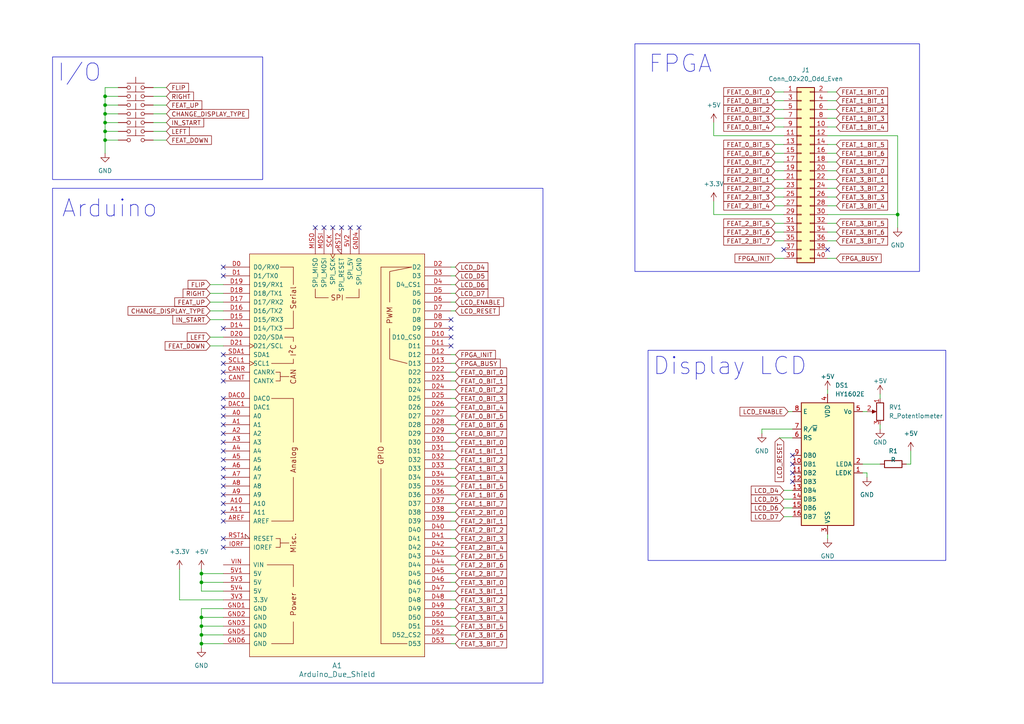
<source format=kicad_sch>
(kicad_sch (version 20230121) (generator eeschema)
  (paper "A4")
  (lib_symbols
    (symbol "Connector_Generic:Conn_02x20_Odd_Even" (pin_names (offset 1.016) hide)
      (property "Reference" "J" (at 1.27 25.4 0))
      (property "Value" "Conn_02x20_Odd_Even" (at 1.27 -27.94 0))
      (symbol "Conn_02x20_Odd_Even_1_1"
        (rectangle (start -1.27 -25.273) (end 0 -25.527) (stroke (width 0.1524)))
        (rectangle (start -1.27 -22.733) (end 0 -22.987) (stroke (width 0.1524)))
        (rectangle (start -1.27 -20.193) (end 0 -20.447) (stroke (width 0.1524)))
        (rectangle (start -1.27 -17.653) (end 0 -17.907) (stroke (width 0.1524)))
        (rectangle (start -1.27 -15.113) (end 0 -15.367) (stroke (width 0.1524)))
        (rectangle (start -1.27 -12.573) (end 0 -12.827) (stroke (width 0.1524)))
        (rectangle (start -1.27 -10.033) (end 0 -10.287) (stroke (width 0.1524)))
        (rectangle (start -1.27 -7.493) (end 0 -7.747) (stroke (width 0.1524)))
        (rectangle (start -1.27 -4.953) (end 0 -5.207) (stroke (width 0.1524)))
        (rectangle (start -1.27 -2.413) (end 0 -2.667) (stroke (width 0.1524)))
        (rectangle (start -1.27 0.127) (end 0 -0.127) (stroke (width 0.1524)))
        (rectangle (start -1.27 2.667) (end 0 2.413) (stroke (width 0.1524)))
        (rectangle (start -1.27 5.207) (end 0 4.953) (stroke (width 0.1524)))
        (rectangle (start -1.27 7.747) (end 0 7.493) (stroke (width 0.1524)))
        (rectangle (start -1.27 10.287) (end 0 10.033) (stroke (width 0.1524)))
        (rectangle (start -1.27 12.827) (end 0 12.573) (stroke (width 0.1524)))
        (rectangle (start -1.27 15.367) (end 0 15.113) (stroke (width 0.1524)))
        (rectangle (start -1.27 17.907) (end 0 17.653) (stroke (width 0.1524)))
        (rectangle (start -1.27 20.447) (end 0 20.193) (stroke (width 0.1524)))
        (rectangle (start -1.27 22.987) (end 0 22.733) (stroke (width 0.1524)))
        (rectangle (start -1.27 24.13) (end 3.81 -26.67) (stroke (width 0.254)) (fill (type background)))
        (rectangle (start 3.81 -25.273) (end 2.54 -25.527) (stroke (width 0.1524)))
        (rectangle (start 3.81 -22.733) (end 2.54 -22.987) (stroke (width 0.1524)))
        (rectangle (start 3.81 -20.193) (end 2.54 -20.447) (stroke (width 0.1524)))
        (rectangle (start 3.81 -17.653) (end 2.54 -17.907) (stroke (width 0.1524)))
        (rectangle (start 3.81 -15.113) (end 2.54 -15.367) (stroke (width 0.1524)))
        (rectangle (start 3.81 -12.573) (end 2.54 -12.827) (stroke (width 0.1524)))
        (rectangle (start 3.81 -10.033) (end 2.54 -10.287) (stroke (width 0.1524)))
        (rectangle (start 3.81 -7.493) (end 2.54 -7.747) (stroke (width 0.1524)))
        (rectangle (start 3.81 -4.953) (end 2.54 -5.207) (stroke (width 0.1524)))
        (rectangle (start 3.81 -2.413) (end 2.54 -2.667) (stroke (width 0.1524)))
        (rectangle (start 3.81 0.127) (end 2.54 -0.127) (stroke (width 0.1524)))
        (rectangle (start 3.81 2.667) (end 2.54 2.413) (stroke (width 0.1524)))
        (rectangle (start 3.81 5.207) (end 2.54 4.953) (stroke (width 0.1524)))
        (rectangle (start 3.81 7.747) (end 2.54 7.493) (stroke (width 0.1524)))
        (rectangle (start 3.81 10.287) (end 2.54 10.033) (stroke (width 0.1524)))
        (rectangle (start 3.81 12.827) (end 2.54 12.573) (stroke (width 0.1524)))
        (rectangle (start 3.81 15.367) (end 2.54 15.113) (stroke (width 0.1524)))
        (rectangle (start 3.81 17.907) (end 2.54 17.653) (stroke (width 0.1524)))
        (rectangle (start 3.81 20.447) (end 2.54 20.193) (stroke (width 0.1524)))
        (rectangle (start 3.81 22.987) (end 2.54 22.733) (stroke (width 0.1524)))
        (pin passive line (at -5.08 22.86 0) (length 3.81) (name "Pin_1") (number "1"))
        (pin passive line (at 7.62 12.7 180) (length 3.81) (name "Pin_10") (number "10"))
        (pin passive line (at -5.08 10.16 0) (length 3.81) (name "Pin_11") (number "11"))
        (pin passive line (at 7.62 10.16 180) (length 3.81) (name "Pin_12") (number "12"))
        (pin passive line (at -5.08 7.62 0) (length 3.81) (name "Pin_13") (number "13"))
        (pin passive line (at 7.62 7.62 180) (length 3.81) (name "Pin_14") (number "14"))
        (pin passive line (at -5.08 5.08 0) (length 3.81) (name "Pin_15") (number "15"))
        (pin passive line (at 7.62 5.08 180) (length 3.81) (name "Pin_16") (number "16"))
        (pin passive line (at -5.08 2.54 0) (length 3.81) (name "Pin_17") (number "17"))
        (pin passive line (at 7.62 2.54 180) (length 3.81) (name "Pin_18") (number "18"))
        (pin passive line (at -5.08 0 0) (length 3.81) (name "Pin_19") (number "19"))
        (pin passive line (at 7.62 22.86 180) (length 3.81) (name "Pin_2") (number "2"))
        (pin passive line (at 7.62 0 180) (length 3.81) (name "Pin_20") (number "20"))
        (pin passive line (at -5.08 -2.54 0) (length 3.81) (name "Pin_21") (number "21"))
        (pin passive line (at 7.62 -2.54 180) (length 3.81) (name "Pin_22") (number "22"))
        (pin passive line (at -5.08 -5.08 0) (length 3.81) (name "Pin_23") (number "23"))
        (pin passive line (at 7.62 -5.08 180) (length 3.81) (name "Pin_24") (number "24"))
        (pin passive line (at -5.08 -7.62 0) (length 3.81) (name "Pin_25") (number "25"))
        (pin passive line (at 7.62 -7.62 180) (length 3.81) (name "Pin_26") (number "26"))
        (pin passive line (at -5.08 -10.16 0) (length 3.81) (name "Pin_27") (number "27"))
        (pin passive line (at 7.62 -10.16 180) (length 3.81) (name "Pin_28") (number "28"))
        (pin passive line (at -5.08 -12.7 0) (length 3.81) (name "Pin_29") (number "29"))
        (pin passive line (at -5.08 20.32 0) (length 3.81) (name "Pin_3") (number "3"))
        (pin passive line (at 7.62 -12.7 180) (length 3.81) (name "Pin_30") (number "30"))
        (pin passive line (at -5.08 -15.24 0) (length 3.81) (name "Pin_31") (number "31"))
        (pin passive line (at 7.62 -15.24 180) (length 3.81) (name "Pin_32") (number "32"))
        (pin passive line (at -5.08 -17.78 0) (length 3.81) (name "Pin_33") (number "33"))
        (pin passive line (at 7.62 -17.78 180) (length 3.81) (name "Pin_34") (number "34"))
        (pin passive line (at -5.08 -20.32 0) (length 3.81) (name "Pin_35") (number "35"))
        (pin passive line (at 7.62 -20.32 180) (length 3.81) (name "Pin_36") (number "36"))
        (pin passive line (at -5.08 -22.86 0) (length 3.81) (name "Pin_37") (number "37"))
        (pin passive line (at 7.62 -22.86 180) (length 3.81) (name "Pin_38") (number "38"))
        (pin passive line (at -5.08 -25.4 0) (length 3.81) (name "Pin_39") (number "39"))
        (pin passive line (at 7.62 20.32 180) (length 3.81) (name "Pin_4") (number "4"))
        (pin passive line (at 7.62 -25.4 180) (length 3.81) (name "Pin_40") (number "40"))
        (pin passive line (at -5.08 17.78 0) (length 3.81) (name "Pin_5") (number "5"))
        (pin passive line (at 7.62 17.78 180) (length 3.81) (name "Pin_6") (number "6"))
        (pin passive line (at -5.08 15.24 0) (length 3.81) (name "Pin_7") (number "7"))
        (pin passive line (at 7.62 15.24 180) (length 3.81) (name "Pin_8") (number "8"))
        (pin passive line (at -5.08 12.7 0) (length 3.81) (name "Pin_9") (number "9"))
      )
    )
    (symbol "Device:R" (pin_numbers hide) (pin_names (offset 0))
      (property "Reference" "R" (at 2.032 0 90))
      (property "Value" "R" (at 0 0 90))
      (symbol "R_0_1"
        (rectangle (start -1.016 -2.54) (end 1.016 2.54) (stroke (width 0.254)))
      )
      (symbol "R_1_1"
        (pin passive line (at 0 3.81 270) (length 1.27) (name "~") (number "1"))
        (pin passive line (at 0 -3.81 90) (length 1.27) (name "~") (number "2"))
      )
    )
    (symbol "Device:R_Potentiometer" (pin_names (offset 1.016) hide)
      (property "Reference" "RV" (at -4.445 0 90))
      (property "Value" "R_Potentiometer" (at -2.54 0 90))
      (symbol "R_Potentiometer_0_1"
        (polyline (pts (xy 2.54 0) (xy 1.524 0)))
        (polyline (pts (xy 1.143 0) (xy 2.286 0.508) (xy 2.286 -0.508) (xy 1.143 0)) (fill (type outline)))
        (rectangle (start 1.016 2.54) (end -1.016 -2.54) (stroke (width 0.254)))
      )
      (symbol "R_Potentiometer_1_1"
        (pin passive line (at 0 3.81 270) (length 1.27) (name "1") (number "1"))
        (pin passive line (at 3.81 0 180) (length 1.27) (name "2") (number "2"))
        (pin passive line (at 0 -3.81 90) (length 1.27) (name "3") (number "3"))
      )
    )
    (symbol "Display_Character:HY1602E"
      (property "Reference" "DS" (at -6.096 19.05 0))
      (property "Value" "HY1602E" (at 5.08 19.05 0))
      (symbol "HY1602E_0_1"
        (rectangle (start -7.62 17.78) (end 7.62 -17.78) (stroke (width 0.254)) (fill (type background)))
      )
      (symbol "HY1602E_1_1"
        (pin passive line (at 10.16 -2.54 180) (length 2.54) (name "LEDK") (number "1"))
        (pin bidirectional line (at -10.16 0 0) (length 2.54) (name "DB1") (number "10"))
        (pin bidirectional line (at -10.16 -2.54 0) (length 2.54) (name "DB2") (number "11"))
        (pin bidirectional line (at -10.16 -5.08 0) (length 2.54) (name "DB3") (number "12"))
        (pin bidirectional line (at -10.16 -7.62 0) (length 2.54) (name "DB4") (number "13"))
        (pin bidirectional line (at -10.16 -10.16 0) (length 2.54) (name "DB5") (number "14"))
        (pin bidirectional line (at -10.16 -12.7 0) (length 2.54) (name "DB6") (number "15"))
        (pin bidirectional line (at -10.16 -15.24 0) (length 2.54) (name "DB7") (number "16"))
        (pin passive line (at 10.16 0 180) (length 2.54) (name "LEDA") (number "2"))
        (pin power_in line (at 0 -20.32 90) (length 2.54) (name "VSS") (number "3"))
        (pin power_in line (at 0 20.32 270) (length 2.54) (name "VDD") (number "4"))
        (pin input line (at 10.16 15.24 180) (length 2.54) (name "Vo") (number "5"))
        (pin input line (at -10.16 7.62 0) (length 2.54) (name "RS") (number "6"))
        (pin input line (at -10.16 10.16 0) (length 2.54) (name "R/~{W}") (number "7"))
        (pin input line (at -10.16 15.24 0) (length 2.54) (name "E") (number "8"))
        (pin bidirectional line (at -10.16 2.54 0) (length 2.54) (name "DB0") (number "9"))
      )
    )
    (symbol "PCM_arduino-library:Arduino_Due_Shield" (pin_names (offset 1.016))
      (property "Reference" "A" (at 0 -62.23 0))
      (property "Value" "Arduino_Due_Shield" (at 0 -66.04 0))
      (symbol "Arduino_Due_Shield_0_0"
        (rectangle (start -25.4 -58.42) (end 25.4 58.42) (fill (type background)))
        (rectangle (start -20.32 -31.75) (end -12.7 -31.75))
        (rectangle (start -19.05 -54.61) (end -12.7 -54.61))
        (rectangle (start -19.05 -19.05) (end -12.7 -19.05))
        (rectangle (start -19.05 16.51) (end -12.7 16.51))
        (rectangle (start -19.05 26.67) (end -12.7 26.67))
        (rectangle (start -17.78 -26.67) (end -16.51 -26.67))
        (rectangle (start -17.78 -24.13) (end -16.51 -24.13))
        (rectangle (start -17.78 21.59) (end -16.51 21.59))
        (rectangle (start -17.78 24.13) (end -16.51 24.13))
        (rectangle (start -16.51 -25.4) (end -13.97 -25.4))
        (rectangle (start -16.51 -24.13) (end -16.51 -26.67))
        (rectangle (start -16.51 22.86) (end -13.97 22.86))
        (rectangle (start -16.51 24.13) (end -16.51 21.59))
        (rectangle (start -16.51 54.61) (end -12.7 54.61))
        (rectangle (start -15.24 34.29) (end -12.7 34.29))
        (rectangle (start -15.24 36.83) (end -12.7 36.83))
        (rectangle (start -12.7 -54.61) (end -12.7 -48.26))
        (rectangle (start -12.7 -31.75) (end -12.7 -38.1))
        (rectangle (start -12.7 -6.35) (end -12.7 -19.05))
        (rectangle (start -12.7 16.51) (end -12.7 3.81))
        (rectangle (start -12.7 26.67) (end -12.7 27.94))
        (rectangle (start -12.7 34.29) (end -12.7 33.02))
        (rectangle (start -12.7 41.91) (end -12.7 36.83))
        (rectangle (start -12.7 49.53) (end -12.7 54.61))
        (rectangle (start -6.35 48.26) (end -6.35 45.72))
        (rectangle (start -2.54 45.72) (end -6.35 45.72))
        (polyline (pts (xy 12.7 -54.61) (xy 20.32 -54.61)))
        (polyline (pts (xy 21.59 54.61) (xy 12.7 54.61)))
        (polyline (pts (xy 15.24 44.45) (xy 15.24 53.34) (xy 21.59 54.61)))
        (polyline (pts (xy 20.32 26.67) (xy 15.24 27.94) (xy 15.24 36.83)))
        (rectangle (start 6.35 45.72) (end 2.54 45.72))
        (rectangle (start 6.35 48.26) (end 6.35 45.72))
        (text "Analog" (at -12.7 -1.27 900) (effects (font (size 1.524 1.524))))
        (text "CAN" (at -12.7 22.86 900) (effects (font (size 1.524 1.524))))
        (text "I²C" (at -12.7 30.48 900) (effects (font (size 1.524 1.524))))
        (text "Misc." (at -12.7 -25.4 900) (effects (font (size 1.524 1.524))))
        (text "Power" (at -12.7 -43.18 900) (effects (font (size 1.524 1.524))))
        (text "PWM" (at 15.24 40.64 900) (effects (font (size 1.524 1.524))))
        (text "Serial" (at -12.7 45.72 900) (effects (font (size 1.524 1.524))))
        (text "SPI" (at 0 45.72 0) (effects (font (size 1.524 1.524))))
      )
      (symbol "Arduino_Due_Shield_1_0"
        (rectangle (start 12.7 -54.61) (end 12.7 -3.81))
        (rectangle (start 12.7 54.61) (end 12.7 3.81))
        (text "GPIO" (at 12.7 0 900) (effects (font (size 1.524 1.524))))
      )
      (symbol "Arduino_Due_Shield_1_1"
        (pin power_out line (at -33.02 -41.91 0) (length 7.62) (name "3.3V") (number "3V3"))
        (pin power_in line (at -33.02 -34.29 0) (length 7.62) (name "5V") (number "5V1"))
        (pin power_in line (at 3.81 66.04 270) (length 7.62) (name "SPI_5V") (number "5V2"))
        (pin power_in line (at -33.02 -36.83 0) (length 7.62) (name "5V") (number "5V3"))
        (pin power_in line (at -33.02 -39.37 0) (length 7.62) (name "5V") (number "5V4"))
        (pin bidirectional line (at -33.02 11.43 0) (length 7.62) (name "A0") (number "A0"))
        (pin bidirectional line (at -33.02 8.89 0) (length 7.62) (name "A1") (number "A1"))
        (pin bidirectional line (at -33.02 -13.97 0) (length 7.62) (name "A10") (number "A10"))
        (pin bidirectional line (at -33.02 -16.51 0) (length 7.62) (name "A11") (number "A11"))
        (pin bidirectional line (at -33.02 6.35 0) (length 7.62) (name "A2") (number "A2"))
        (pin bidirectional line (at -33.02 3.81 0) (length 7.62) (name "A3") (number "A3"))
        (pin bidirectional line (at -33.02 1.27 0) (length 7.62) (name "A4") (number "A4"))
        (pin bidirectional line (at -33.02 -1.27 0) (length 7.62) (name "A5") (number "A5"))
        (pin bidirectional line (at -33.02 -3.81 0) (length 7.62) (name "A6") (number "A6"))
        (pin bidirectional line (at -33.02 -6.35 0) (length 7.62) (name "A7") (number "A7"))
        (pin bidirectional line (at -33.02 -8.89 0) (length 7.62) (name "A8") (number "A8"))
        (pin bidirectional line (at -33.02 -11.43 0) (length 7.62) (name "A9") (number "A9"))
        (pin input line (at -33.02 -19.05 0) (length 7.62) (name "AREF") (number "AREF"))
        (pin bidirectional line (at -33.02 24.13 0) (length 7.62) (name "CANRX") (number "CANR"))
        (pin bidirectional line (at -33.02 21.59 0) (length 7.62) (name "CANTX") (number "CANT"))
        (pin bidirectional line (at -33.02 54.61 0) (length 7.62) (name "D0/RX0") (number "D0"))
        (pin bidirectional line (at -33.02 52.07 0) (length 7.62) (name "D1/TX0") (number "D1"))
        (pin bidirectional line (at 33.02 34.29 180) (length 7.62) (name "D10_CS0") (number "D10"))
        (pin bidirectional line (at 33.02 31.75 180) (length 7.62) (name "D11") (number "D11"))
        (pin bidirectional line (at 33.02 29.21 180) (length 7.62) (name "D12") (number "D12"))
        (pin bidirectional line (at 33.02 26.67 180) (length 7.62) (name "D13") (number "D13"))
        (pin bidirectional line (at -33.02 36.83 0) (length 7.62) (name "D14/TX3") (number "D14"))
        (pin bidirectional line (at -33.02 39.37 0) (length 7.62) (name "D15/RX3") (number "D15"))
        (pin bidirectional line (at -33.02 41.91 0) (length 7.62) (name "D16/TX2") (number "D16"))
        (pin bidirectional line (at -33.02 44.45 0) (length 7.62) (name "D17/RX2") (number "D17"))
        (pin bidirectional line (at -33.02 46.99 0) (length 7.62) (name "D18/TX1") (number "D18"))
        (pin bidirectional line (at -33.02 49.53 0) (length 7.62) (name "D19/RX1") (number "D19"))
        (pin bidirectional line (at 33.02 54.61 180) (length 7.62) (name "D2") (number "D2"))
        (pin bidirectional line (at -33.02 34.29 0) (length 7.62) (name "D20/SDA") (number "D20"))
        (pin bidirectional clock (at -33.02 31.75 0) (length 7.62) (name "D21/SCL") (number "D21"))
        (pin bidirectional line (at 33.02 24.13 180) (length 7.62) (name "D22") (number "D22"))
        (pin bidirectional line (at 33.02 21.59 180) (length 7.62) (name "D23") (number "D23"))
        (pin bidirectional line (at 33.02 19.05 180) (length 7.62) (name "D24") (number "D24"))
        (pin bidirectional line (at 33.02 16.51 180) (length 7.62) (name "D25") (number "D25"))
        (pin bidirectional line (at 33.02 13.97 180) (length 7.62) (name "D26") (number "D26"))
        (pin bidirectional line (at 33.02 11.43 180) (length 7.62) (name "D27") (number "D27"))
        (pin bidirectional line (at 33.02 8.89 180) (length 7.62) (name "D28") (number "D28"))
        (pin bidirectional line (at 33.02 6.35 180) (length 7.62) (name "D29") (number "D29"))
        (pin bidirectional line (at 33.02 52.07 180) (length 7.62) (name "D3") (number "D3"))
        (pin bidirectional line (at 33.02 3.81 180) (length 7.62) (name "D30") (number "D30"))
        (pin bidirectional line (at 33.02 1.27 180) (length 7.62) (name "D31") (number "D31"))
        (pin bidirectional line (at 33.02 -1.27 180) (length 7.62) (name "D32") (number "D32"))
        (pin bidirectional line (at 33.02 -3.81 180) (length 7.62) (name "D33") (number "D33"))
        (pin bidirectional line (at 33.02 -6.35 180) (length 7.62) (name "D34") (number "D34"))
        (pin bidirectional line (at 33.02 -8.89 180) (length 7.62) (name "D35") (number "D35"))
        (pin bidirectional line (at 33.02 -11.43 180) (length 7.62) (name "D36") (number "D36"))
        (pin bidirectional line (at 33.02 -13.97 180) (length 7.62) (name "D37") (number "D37"))
        (pin bidirectional line (at 33.02 -16.51 180) (length 7.62) (name "D38") (number "D38"))
        (pin bidirectional line (at 33.02 -19.05 180) (length 7.62) (name "D39") (number "D39"))
        (pin bidirectional line (at 33.02 49.53 180) (length 7.62) (name "D4_CS1") (number "D4"))
        (pin bidirectional line (at 33.02 -21.59 180) (length 7.62) (name "D40") (number "D40"))
        (pin bidirectional line (at 33.02 -24.13 180) (length 7.62) (name "D41") (number "D41"))
        (pin bidirectional line (at 33.02 -26.67 180) (length 7.62) (name "D42") (number "D42"))
        (pin bidirectional line (at 33.02 -29.21 180) (length 7.62) (name "D43") (number "D43"))
        (pin bidirectional line (at 33.02 -31.75 180) (length 7.62) (name "D44") (number "D44"))
        (pin bidirectional line (at 33.02 -34.29 180) (length 7.62) (name "D45") (number "D45"))
        (pin bidirectional line (at 33.02 -36.83 180) (length 7.62) (name "D46") (number "D46"))
        (pin bidirectional line (at 33.02 -39.37 180) (length 7.62) (name "D47") (number "D47"))
        (pin bidirectional line (at 33.02 -41.91 180) (length 7.62) (name "D48") (number "D48"))
        (pin bidirectional line (at 33.02 -44.45 180) (length 7.62) (name "D49") (number "D49"))
        (pin bidirectional line (at 33.02 46.99 180) (length 7.62) (name "D5") (number "D5"))
        (pin bidirectional line (at 33.02 -46.99 180) (length 7.62) (name "D50") (number "D50"))
        (pin bidirectional line (at 33.02 -49.53 180) (length 7.62) (name "D51") (number "D51"))
        (pin bidirectional line (at 33.02 -52.07 180) (length 7.62) (name "D52_CS2") (number "D52"))
        (pin bidirectional line (at 33.02 -54.61 180) (length 7.62) (name "D53") (number "D53"))
        (pin bidirectional line (at 33.02 44.45 180) (length 7.62) (name "D6") (number "D6"))
        (pin bidirectional line (at 33.02 41.91 180) (length 7.62) (name "D7") (number "D7"))
        (pin bidirectional line (at 33.02 39.37 180) (length 7.62) (name "D8") (number "D8"))
        (pin bidirectional line (at 33.02 36.83 180) (length 7.62) (name "D9") (number "D9"))
        (pin bidirectional line (at -33.02 16.51 0) (length 7.62) (name "DAC0") (number "DAC0"))
        (pin bidirectional line (at -33.02 13.97 0) (length 7.62) (name "DAC1") (number "DAC1"))
        (pin power_in line (at -33.02 -44.45 0) (length 7.62) (name "GND") (number "GND1"))
        (pin power_in line (at -33.02 -46.99 0) (length 7.62) (name "GND") (number "GND2"))
        (pin power_in line (at -33.02 -49.53 0) (length 7.62) (name "GND") (number "GND3"))
        (pin power_in line (at 6.35 66.04 270) (length 7.62) (name "SPI_GND") (number "GND4"))
        (pin power_in line (at -33.02 -52.07 0) (length 7.62) (name "GND") (number "GND5"))
        (pin power_in line (at -33.02 -54.61 0) (length 7.62) (name "GND") (number "GND6"))
        (pin output line (at -33.02 -26.67 0) (length 7.62) (name "IOREF") (number "IORF"))
        (pin input line (at -6.35 66.04 270) (length 7.62) (name "SPI_MISO") (number "MISO"))
        (pin output line (at -3.81 66.04 270) (length 7.62) (name "SPI_MOSI") (number "MOSI"))
        (pin open_collector input_low (at -33.02 -24.13 0) (length 7.62) (name "RESET") (number "RST1"))
        (pin open_collector input_low (at 1.27 66.04 270) (length 7.62) (name "SPI_RESET") (number "RST2"))
        (pin output clock (at -1.27 66.04 270) (length 7.62) (name "SPI_SCK") (number "SCK"))
        (pin bidirectional clock (at -33.02 26.67 0) (length 7.62) (name "SCL1") (number "SCL1"))
        (pin bidirectional line (at -33.02 29.21 0) (length 7.62) (name "SDA1") (number "SDA1"))
        (pin power_in line (at -33.02 -31.75 0) (length 7.62) (name "VIN") (number "VIN"))
      )
    )
    (symbol "Switch:SW_Push" (pin_numbers hide) (pin_names (offset 1.016) hide)
      (property "Reference" "SW" (at 1.27 2.54 0))
      (property "Value" "SW_Push" (at 0 -1.524 0))
      (symbol "SW_Push_0_1"
        (circle (center -2.032 0) (radius 0.508))
        (polyline (pts (xy 0 1.27) (xy 0 3.048)))
        (polyline (pts (xy 2.54 1.27) (xy -2.54 1.27)))
        (circle (center 2.032 0) (radius 0.508))
        (pin passive line (at -5.08 0 0) (length 2.54) (name "1") (number "1"))
        (pin passive line (at 5.08 0 180) (length 2.54) (name "2") (number "2"))
      )
    )
    (symbol "power:+3.3V" (power) (pin_names (offset 0))
      (property "Value" "+3.3V" (at 0 3.556 0))
      (symbol "+3.3V_0_1"
        (polyline (pts (xy -0.762 1.27) (xy 0 2.54)))
        (polyline (pts (xy 0 0) (xy 0 2.54)))
        (polyline (pts (xy 0 2.54) (xy 0.762 1.27)))
      )
      (symbol "+3.3V_1_1"
        (pin power_in line (at 0 0 90) (length 0) hide (name "+3.3V") (number "1"))
      )
    )
    (symbol "power:+5V" (power) (pin_names (offset 0))
      (property "Value" "+5V" (at 0 3.556 0))
      (symbol "+5V_0_1"
        (polyline (pts (xy -0.762 1.27) (xy 0 2.54)))
        (polyline (pts (xy 0 0) (xy 0 2.54)))
        (polyline (pts (xy 0 2.54) (xy 0.762 1.27)))
      )
      (symbol "+5V_1_1"
        (pin power_in line (at 0 0 90) (length 0) hide (name "+5V") (number "1"))
      )
    )
    (symbol "power:GND" (power) (pin_names (offset 0))
      (property "Value" "GND" (at 0 -3.81 0))
      (symbol "GND_0_1"
        (polyline (pts (xy 0 0) (xy 0 -1.27) (xy 1.27 -1.27) (xy 0 -2.54) (xy -1.27 -1.27) (xy 0 -1.27)))
      )
      (symbol "GND_1_1"
        (pin power_in line (at 0 0 270) (length 0) hide (name "GND") (number "1"))
      )
    )
  )
  (junction (at 260.35 62.23))
  (junction (at 30.48 38.1))
  (junction (at 58.42 166.37))
  (junction (at 58.42 179.07))
  (junction (at 58.42 186.69))
  (junction (at 30.48 27.94))
  (junction (at 58.42 184.15))
  (junction (at 30.48 40.64))
  (junction (at 30.48 35.56))
  (junction (at 30.48 33.02))
  (junction (at 58.42 168.91))
  (junction (at 30.48 30.48))
  (junction (at 58.42 181.61))
  (no_connect (at 64.77 80.01))
  (no_connect (at 64.77 130.81))
  (no_connect (at 101.6 66.04))
  (no_connect (at 229.87 132.08))
  (no_connect (at 229.87 137.16))
  (no_connect (at 93.98 66.04))
  (no_connect (at 64.77 143.51))
  (no_connect (at 64.77 105.41))
  (no_connect (at 64.77 151.13))
  (no_connect (at 64.77 110.49))
  (no_connect (at 64.77 158.75))
  (no_connect (at 99.06 66.04))
  (no_connect (at 104.14 66.04))
  (no_connect (at 64.77 77.47))
  (no_connect (at 64.77 120.65))
  (no_connect (at 130.81 97.79))
  (no_connect (at 229.87 134.62))
  (no_connect (at 130.81 92.71))
  (no_connect (at 240.03 72.39))
  (no_connect (at 64.77 125.73))
  (no_connect (at 64.77 138.43))
  (no_connect (at 64.77 156.21))
  (no_connect (at 64.77 102.87))
  (no_connect (at 64.77 123.19))
  (no_connect (at 229.87 139.7))
  (no_connect (at 64.77 135.89))
  (no_connect (at 64.77 146.05))
  (no_connect (at 96.52 66.04))
  (no_connect (at 91.44 66.04))
  (no_connect (at 64.77 107.95))
  (no_connect (at 64.77 118.11))
  (no_connect (at 130.81 95.25))
  (no_connect (at 64.77 95.25))
  (no_connect (at 227.33 72.39))
  (no_connect (at 64.77 133.35))
  (no_connect (at 64.77 148.59))
  (no_connect (at 64.77 140.97))
  (no_connect (at 130.81 100.33))
  (no_connect (at 64.77 115.57))
  (no_connect (at 64.77 128.27))
  (wire (pts (xy 130.81 140.97) (xy 132.08 140.97)))
  (wire (pts (xy 130.81 133.35) (xy 132.08 133.35)))
  (wire (pts (xy 264.16 134.62) (xy 262.89 134.62)))
  (wire (pts (xy 64.77 176.53) (xy 58.42 176.53)))
  (wire (pts (xy 240.03 64.77) (xy 242.57 64.77)))
  (wire (pts (xy 255.27 123.19) (xy 255.27 124.46)))
  (wire (pts (xy 34.29 25.4) (xy 30.48 25.4)))
  (wire (pts (xy 224.79 46.99) (xy 227.33 46.99)))
  (wire (pts (xy 130.81 153.67) (xy 132.08 153.67)))
  (wire (pts (xy 224.79 36.83) (xy 227.33 36.83)))
  (wire (pts (xy 64.77 173.99) (xy 52.07 173.99)))
  (wire (pts (xy 240.03 34.29) (xy 242.57 34.29)))
  (wire (pts (xy 240.03 54.61) (xy 242.57 54.61)))
  (wire (pts (xy 224.79 52.07) (xy 227.33 52.07)))
  (wire (pts (xy 60.96 92.71) (xy 64.77 92.71)))
  (wire (pts (xy 240.03 154.94) (xy 240.03 156.21)))
  (wire (pts (xy 44.45 30.48) (xy 48.26 30.48)))
  (wire (pts (xy 130.81 125.73) (xy 132.08 125.73)))
  (wire (pts (xy 130.81 128.27) (xy 132.08 128.27)))
  (wire (pts (xy 44.45 35.56) (xy 48.26 35.56)))
  (wire (pts (xy 130.81 110.49) (xy 132.08 110.49)))
  (wire (pts (xy 58.42 186.69) (xy 58.42 187.96)))
  (wire (pts (xy 224.79 57.15) (xy 227.33 57.15)))
  (wire (pts (xy 130.81 151.13) (xy 132.08 151.13)))
  (wire (pts (xy 227.33 144.78) (xy 229.87 144.78)))
  (wire (pts (xy 130.81 158.75) (xy 132.08 158.75)))
  (wire (pts (xy 250.19 119.38) (xy 251.46 119.38)))
  (wire (pts (xy 44.45 27.94) (xy 48.26 27.94)))
  (wire (pts (xy 130.81 118.11) (xy 132.08 118.11)))
  (wire (pts (xy 30.48 33.02) (xy 34.29 33.02)))
  (wire (pts (xy 220.98 124.46) (xy 220.98 125.73)))
  (wire (pts (xy 30.48 38.1) (xy 30.48 40.64)))
  (wire (pts (xy 207.01 62.23) (xy 207.01 58.42)))
  (wire (pts (xy 130.81 181.61) (xy 132.08 181.61)))
  (wire (pts (xy 264.16 134.62) (xy 264.16 130.81)))
  (wire (pts (xy 240.03 39.37) (xy 260.35 39.37)))
  (wire (pts (xy 58.42 181.61) (xy 58.42 184.15)))
  (wire (pts (xy 64.77 168.91) (xy 58.42 168.91)))
  (wire (pts (xy 130.81 146.05) (xy 132.08 146.05)))
  (wire (pts (xy 64.77 186.69) (xy 58.42 186.69)))
  (wire (pts (xy 58.42 176.53) (xy 58.42 179.07)))
  (wire (pts (xy 207.01 39.37) (xy 207.01 35.56)))
  (wire (pts (xy 224.79 74.93) (xy 227.33 74.93)))
  (wire (pts (xy 130.81 148.59) (xy 132.08 148.59)))
  (wire (pts (xy 64.77 166.37) (xy 58.42 166.37)))
  (wire (pts (xy 58.42 184.15) (xy 58.42 186.69)))
  (wire (pts (xy 130.81 176.53) (xy 132.08 176.53)))
  (wire (pts (xy 130.81 115.57) (xy 132.08 115.57)))
  (wire (pts (xy 130.81 85.09) (xy 132.08 85.09)))
  (wire (pts (xy 227.33 149.86) (xy 229.87 149.86)))
  (wire (pts (xy 130.81 161.29) (xy 132.08 161.29)))
  (wire (pts (xy 58.42 166.37) (xy 58.42 165.1)))
  (wire (pts (xy 227.33 39.37) (xy 207.01 39.37)))
  (wire (pts (xy 130.81 80.01) (xy 132.08 80.01)))
  (wire (pts (xy 224.79 31.75) (xy 227.33 31.75)))
  (wire (pts (xy 130.81 105.41) (xy 132.08 105.41)))
  (wire (pts (xy 240.03 67.31) (xy 242.57 67.31)))
  (wire (pts (xy 30.48 40.64) (xy 30.48 44.45)))
  (wire (pts (xy 44.45 40.64) (xy 48.26 40.64)))
  (wire (pts (xy 240.03 69.85) (xy 242.57 69.85)))
  (wire (pts (xy 229.87 127) (xy 226.06 127)))
  (wire (pts (xy 60.96 85.09) (xy 64.77 85.09)))
  (wire (pts (xy 240.03 59.69) (xy 242.57 59.69)))
  (wire (pts (xy 64.77 171.45) (xy 58.42 171.45)))
  (wire (pts (xy 30.48 27.94) (xy 34.29 27.94)))
  (wire (pts (xy 130.81 82.55) (xy 132.08 82.55)))
  (wire (pts (xy 224.79 54.61) (xy 227.33 54.61)))
  (wire (pts (xy 224.79 26.67) (xy 227.33 26.67)))
  (wire (pts (xy 130.81 171.45) (xy 132.08 171.45)))
  (wire (pts (xy 250.19 134.62) (xy 255.27 134.62)))
  (wire (pts (xy 130.81 156.21) (xy 132.08 156.21)))
  (wire (pts (xy 44.45 38.1) (xy 48.26 38.1)))
  (wire (pts (xy 130.81 113.03) (xy 132.08 113.03)))
  (wire (pts (xy 224.79 49.53) (xy 227.33 49.53)))
  (wire (pts (xy 229.87 124.46) (xy 220.98 124.46)))
  (wire (pts (xy 130.81 107.95) (xy 132.08 107.95)))
  (wire (pts (xy 58.42 168.91) (xy 58.42 171.45)))
  (wire (pts (xy 240.03 44.45) (xy 242.57 44.45)))
  (wire (pts (xy 60.96 90.17) (xy 64.77 90.17)))
  (wire (pts (xy 130.81 173.99) (xy 132.08 173.99)))
  (wire (pts (xy 224.79 59.69) (xy 227.33 59.69)))
  (wire (pts (xy 130.81 102.87) (xy 132.08 102.87)))
  (wire (pts (xy 30.48 35.56) (xy 30.48 38.1)))
  (wire (pts (xy 130.81 179.07) (xy 132.08 179.07)))
  (wire (pts (xy 30.48 27.94) (xy 30.48 30.48)))
  (wire (pts (xy 260.35 62.23) (xy 260.35 66.04)))
  (wire (pts (xy 255.27 114.3) (xy 255.27 115.57)))
  (wire (pts (xy 130.81 135.89) (xy 132.08 135.89)))
  (wire (pts (xy 130.81 90.17) (xy 132.08 90.17)))
  (wire (pts (xy 130.81 138.43) (xy 132.08 138.43)))
  (wire (pts (xy 60.96 82.55) (xy 64.77 82.55)))
  (wire (pts (xy 240.03 31.75) (xy 242.57 31.75)))
  (wire (pts (xy 240.03 36.83) (xy 242.57 36.83)))
  (wire (pts (xy 60.96 87.63) (xy 64.77 87.63)))
  (wire (pts (xy 58.42 166.37) (xy 58.42 168.91)))
  (wire (pts (xy 224.79 69.85) (xy 227.33 69.85)))
  (wire (pts (xy 240.03 52.07) (xy 242.57 52.07)))
  (wire (pts (xy 64.77 179.07) (xy 58.42 179.07)))
  (wire (pts (xy 130.81 186.69) (xy 132.08 186.69)))
  (wire (pts (xy 227.33 142.24) (xy 229.87 142.24)))
  (wire (pts (xy 224.79 44.45) (xy 227.33 44.45)))
  (wire (pts (xy 227.33 147.32) (xy 229.87 147.32)))
  (wire (pts (xy 240.03 49.53) (xy 242.57 49.53)))
  (wire (pts (xy 240.03 74.93) (xy 242.57 74.93)))
  (wire (pts (xy 58.42 179.07) (xy 58.42 181.61)))
  (wire (pts (xy 130.81 168.91) (xy 132.08 168.91)))
  (wire (pts (xy 224.79 64.77) (xy 227.33 64.77)))
  (wire (pts (xy 130.81 130.81) (xy 132.08 130.81)))
  (wire (pts (xy 60.96 100.33) (xy 64.77 100.33)))
  (wire (pts (xy 30.48 25.4) (xy 30.48 27.94)))
  (wire (pts (xy 30.48 30.48) (xy 34.29 30.48)))
  (wire (pts (xy 240.03 113.03) (xy 240.03 114.3)))
  (wire (pts (xy 224.79 34.29) (xy 227.33 34.29)))
  (wire (pts (xy 30.48 30.48) (xy 30.48 33.02)))
  (wire (pts (xy 34.29 40.64) (xy 30.48 40.64)))
  (wire (pts (xy 130.81 120.65) (xy 132.08 120.65)))
  (wire (pts (xy 240.03 46.99) (xy 242.57 46.99)))
  (wire (pts (xy 224.79 41.91) (xy 227.33 41.91)))
  (wire (pts (xy 130.81 143.51) (xy 132.08 143.51)))
  (wire (pts (xy 64.77 184.15) (xy 58.42 184.15)))
  (wire (pts (xy 130.81 123.19) (xy 132.08 123.19)))
  (wire (pts (xy 240.03 26.67) (xy 242.57 26.67)))
  (wire (pts (xy 130.81 163.83) (xy 132.08 163.83)))
  (wire (pts (xy 30.48 35.56) (xy 34.29 35.56)))
  (wire (pts (xy 224.79 29.21) (xy 227.33 29.21)))
  (wire (pts (xy 130.81 184.15) (xy 132.08 184.15)))
  (wire (pts (xy 130.81 166.37) (xy 132.08 166.37)))
  (wire (pts (xy 130.81 87.63) (xy 132.08 87.63)))
  (wire (pts (xy 52.07 173.99) (xy 52.07 165.1)))
  (wire (pts (xy 64.77 181.61) (xy 58.42 181.61)))
  (wire (pts (xy 250.19 137.16) (xy 251.46 137.16)))
  (wire (pts (xy 240.03 57.15) (xy 242.57 57.15)))
  (wire (pts (xy 240.03 41.91) (xy 242.57 41.91)))
  (wire (pts (xy 30.48 38.1) (xy 34.29 38.1)))
  (wire (pts (xy 60.96 97.79) (xy 64.77 97.79)))
  (wire (pts (xy 130.81 77.47) (xy 132.08 77.47)))
  (wire (pts (xy 251.46 137.16) (xy 251.46 138.43)))
  (wire (pts (xy 240.03 29.21) (xy 242.57 29.21)))
  (wire (pts (xy 240.03 62.23) (xy 260.35 62.23)))
  (wire (pts (xy 229.87 119.38) (xy 228.6 119.38)))
  (wire (pts (xy 227.33 62.23) (xy 207.01 62.23)))
  (wire (pts (xy 224.79 67.31) (xy 227.33 67.31)))
  (wire (pts (xy 260.35 39.37) (xy 260.35 62.23)))
  (wire (pts (xy 44.45 25.4) (xy 48.26 25.4)))
  (wire (pts (xy 30.48 33.02) (xy 30.48 35.56)))
  (wire (pts (xy 44.45 33.02) (xy 48.26 33.02)))
  (rectangle (start 187.96 101.6) (end 274.32 162.56))
  (rectangle (start 184.15 12.7) (end 266.7 78.74))
  (rectangle (start 15.24 54.61) (end 157.48 198.12))
  (rectangle (start 15.24 16.51) (end 76.2 52.07))
  (text "Display LCD" (at 189.23 109.22 0) (effects (font (size 5 5)) (justify left bottom)))
  (text "Arduino" (at 17.78 63.5 0) (effects (font (size 5 5)) (justify left bottom)))
  (text "FPGA" (at 187.96 21.59 0) (effects (font (size 5 5)) (justify left bottom)))
  (text "I/O" (at 16.51 24.13 0) (effects (font (size 5 5)) (justify left bottom)))
  (global_label "FEAT_2_BIT_5" (shape input) (at 132.08 161.29 0) (property "Intersheetrefs" "${INTERSHEET_REFS}" (effects hide)))
  (global_label "FEAT_1_BIT_6" (shape input) (at 132.08 143.51 0) (property "Intersheetrefs" "${INTERSHEET_REFS}" (effects hide)))
  (global_label "LEFT" (shape input) (at 60.96 97.79 180) (property "Intersheetrefs" "${INTERSHEET_REFS}" (effects hide)))
  (global_label "FEAT_0_BIT_3" (shape input) (at 132.08 115.57 0) (property "Intersheetrefs" "${INTERSHEET_REFS}" (effects hide)))
  (global_label "FPGA_BUSY" (shape input) (at 242.57 74.93 0) (property "Intersheetrefs" "${INTERSHEET_REFS}" (effects hide)))
  (global_label "CHANGE_DISPLAY_TYPE" (shape input) (at 48.26 33.02 0) (property "Intersheetrefs" "${INTERSHEET_REFS}" (effects hide)))
  (global_label "FEAT_2_BIT_1" (shape input) (at 132.08 151.13 0) (property "Intersheetrefs" "${INTERSHEET_REFS}" (effects hide)))
  (global_label "FEAT_3_BIT_6" (shape input) (at 242.57 67.31 0) (property "Intersheetrefs" "${INTERSHEET_REFS}" (effects hide)))
  (global_label "FEAT_2_BIT_1" (shape input) (at 224.79 52.07 180) (property "Intersheetrefs" "${INTERSHEET_REFS}" (effects hide)))
  (global_label "FEAT_3_BIT_1" (shape input) (at 132.08 171.45 0) (property "Intersheetrefs" "${INTERSHEET_REFS}" (effects hide)))
  (global_label "LCD_D4" (shape input) (at 227.33 142.24 180) (property "Intersheetrefs" "${INTERSHEET_REFS}" (effects hide)))
  (global_label "FEAT_UP" (shape input) (at 60.96 87.63 180) (property "Intersheetrefs" "${INTERSHEET_REFS}" (effects hide)))
  (global_label "FEAT_2_BIT_2" (shape input) (at 132.08 153.67 0) (property "Intersheetrefs" "${INTERSHEET_REFS}" (effects hide)))
  (global_label "FEAT_2_BIT_7" (shape input) (at 132.08 166.37 0) (property "Intersheetrefs" "${INTERSHEET_REFS}" (effects hide)))
  (global_label "FEAT_3_BIT_6" (shape input) (at 132.08 184.15 0) (property "Intersheetrefs" "${INTERSHEET_REFS}" (effects hide)))
  (global_label "RIGHT" (shape input) (at 60.96 85.09 180) (property "Intersheetrefs" "${INTERSHEET_REFS}" (effects hide)))
  (global_label "FEAT_3_BIT_0" (shape input) (at 242.57 49.53 0) (property "Intersheetrefs" "${INTERSHEET_REFS}" (effects hide)))
  (global_label "FEAT_1_BIT_5" (shape input) (at 132.08 140.97 0) (property "Intersheetrefs" "${INTERSHEET_REFS}" (effects hide)))
  (global_label "FEAT_3_BIT_4" (shape input) (at 242.57 59.69 0) (property "Intersheetrefs" "${INTERSHEET_REFS}" (effects hide)))
  (global_label "FPGA_INIT" (shape input) (at 224.79 74.93 180) (property "Intersheetrefs" "${INTERSHEET_REFS}" (effects hide)))
  (global_label "FEAT_0_BIT_5" (shape input) (at 224.79 41.91 180) (property "Intersheetrefs" "${INTERSHEET_REFS}" (effects hide)))
  (global_label "FEAT_1_BIT_5" (shape input) (at 242.57 41.91 0) (property "Intersheetrefs" "${INTERSHEET_REFS}" (effects hide)))
  (global_label "FEAT_0_BIT_2" (shape input) (at 224.79 31.75 180) (property "Intersheetrefs" "${INTERSHEET_REFS}" (effects hide)))
  (global_label "FEAT_0_BIT_0" (shape input) (at 132.08 107.95 0) (property "Intersheetrefs" "${INTERSHEET_REFS}" (effects hide)))
  (global_label "FEAT_3_BIT_4" (shape input) (at 132.08 179.07 0) (property "Intersheetrefs" "${INTERSHEET_REFS}" (effects hide)))
  (global_label "FEAT_1_BIT_3" (shape input) (at 242.57 34.29 0) (property "Intersheetrefs" "${INTERSHEET_REFS}" (effects hide)))
  (global_label "FEAT_0_BIT_7" (shape input) (at 224.79 46.99 180) (property "Intersheetrefs" "${INTERSHEET_REFS}" (effects hide)))
  (global_label "FEAT_2_BIT_2" (shape input) (at 224.79 54.61 180) (property "Intersheetrefs" "${INTERSHEET_REFS}" (effects hide)))
  (global_label "FEAT_1_BIT_0" (shape input) (at 242.57 26.67 0) (property "Intersheetrefs" "${INTERSHEET_REFS}" (effects hide)))
  (global_label "FLIP" (shape input) (at 60.96 82.55 180) (property "Intersheetrefs" "${INTERSHEET_REFS}" (effects hide)))
  (global_label "FEAT_3_BIT_5" (shape input) (at 242.57 64.77 0) (property "Intersheetrefs" "${INTERSHEET_REFS}" (effects hide)))
  (global_label "FEAT_1_BIT_3" (shape input) (at 132.08 135.89 0) (property "Intersheetrefs" "${INTERSHEET_REFS}" (effects hide)))
  (global_label "LCD_RESET" (shape input) (at 132.08 90.17 0) (property "Intersheetrefs" "${INTERSHEET_REFS}" (effects hide)))
  (global_label "LCD_D7" (shape input) (at 227.33 149.86 180) (property "Intersheetrefs" "${INTERSHEET_REFS}" (effects hide)))
  (global_label "FEAT_3_BIT_7" (shape input) (at 132.08 186.69 0) (property "Intersheetrefs" "${INTERSHEET_REFS}" (effects hide)))
  (global_label "FEAT_2_BIT_4" (shape input) (at 132.08 158.75 0) (property "Intersheetrefs" "${INTERSHEET_REFS}" (effects hide)))
  (global_label "FEAT_DOWN" (shape input) (at 48.26 40.64 0) (property "Intersheetrefs" "${INTERSHEET_REFS}" (effects hide)))
  (global_label "FEAT_0_BIT_4" (shape input) (at 132.08 118.11 0) (property "Intersheetrefs" "${INTERSHEET_REFS}" (effects hide)))
  (global_label "FPGA_INIT" (shape input) (at 132.08 102.87 0) (property "Intersheetrefs" "${INTERSHEET_REFS}" (effects hide)))
  (global_label "FLIP" (shape input) (at 48.26 25.4 0) (property "Intersheetrefs" "${INTERSHEET_REFS}" (effects hide)))
  (global_label "IN_START" (shape input) (at 60.96 92.71 180) (property "Intersheetrefs" "${INTERSHEET_REFS}" (effects hide)))
  (global_label "FEAT_UP" (shape input) (at 48.26 30.48 0) (property "Intersheetrefs" "${INTERSHEET_REFS}" (effects hide)))
  (global_label "FEAT_2_BIT_6" (shape input) (at 224.79 67.31 180) (property "Intersheetrefs" "${INTERSHEET_REFS}" (effects hide)))
  (global_label "FEAT_1_BIT_7" (shape input) (at 242.57 46.99 0) (property "Intersheetrefs" "${INTERSHEET_REFS}" (effects hide)))
  (global_label "FEAT_2_BIT_6" (shape input) (at 132.08 163.83 0) (property "Intersheetrefs" "${INTERSHEET_REFS}" (effects hide)))
  (global_label "FEAT_0_BIT_5" (shape input) (at 132.08 120.65 0) (property "Intersheetrefs" "${INTERSHEET_REFS}" (effects hide)))
  (global_label "LCD_RESET" (shape input) (at 226.06 127 270) (property "Intersheetrefs" "${INTERSHEET_REFS}" (effects hide)))
  (global_label "FEAT_0_BIT_1" (shape input) (at 224.79 29.21 180) (property "Intersheetrefs" "${INTERSHEET_REFS}" (effects hide)))
  (global_label "LCD_ENABLE" (shape input) (at 132.08 87.63 0) (property "Intersheetrefs" "${INTERSHEET_REFS}" (effects hide)))
  (global_label "LCD_D5" (shape input) (at 132.08 80.01 0) (property "Intersheetrefs" "${INTERSHEET_REFS}" (effects hide)))
  (global_label "FEAT_0_BIT_3" (shape input) (at 224.79 34.29 180) (property "Intersheetrefs" "${INTERSHEET_REFS}" (effects hide)))
  (global_label "FEAT_1_BIT_6" (shape input) (at 242.57 44.45 0) (property "Intersheetrefs" "${INTERSHEET_REFS}" (effects hide)))
  (global_label "FEAT_3_BIT_3" (shape input) (at 242.57 57.15 0) (property "Intersheetrefs" "${INTERSHEET_REFS}" (effects hide)))
  (global_label "LEFT" (shape input) (at 48.26 38.1 0) (property "Intersheetrefs" "${INTERSHEET_REFS}" (effects hide)))
  (global_label "LCD_D5" (shape input) (at 227.33 144.78 180) (property "Intersheetrefs" "${INTERSHEET_REFS}" (effects hide)))
  (global_label "FPGA_BUSY" (shape input) (at 132.08 105.41 0) (property "Intersheetrefs" "${INTERSHEET_REFS}" (effects hide)))
  (global_label "FEAT_2_BIT_0" (shape input) (at 132.08 148.59 0) (property "Intersheetrefs" "${INTERSHEET_REFS}" (effects hide)))
  (global_label "CHANGE_DISPLAY_TYPE" (shape input) (at 60.96 90.17 180) (property "Intersheetrefs" "${INTERSHEET_REFS}" (effects hide)))
  (global_label "FEAT_2_BIT_5" (shape input) (at 224.79 64.77 180) (property "Intersheetrefs" "${INTERSHEET_REFS}" (effects hide)))
  (global_label "FEAT_2_BIT_4" (shape input) (at 224.79 59.69 180) (property "Intersheetrefs" "${INTERSHEET_REFS}" (effects hide)))
  (global_label "FEAT_0_BIT_4" (shape input) (at 224.79 36.83 180) (property "Intersheetrefs" "${INTERSHEET_REFS}" (effects hide)))
  (global_label "FEAT_0_BIT_6" (shape input) (at 132.08 123.19 0) (property "Intersheetrefs" "${INTERSHEET_REFS}" (effects hide)))
  (global_label "FEAT_3_BIT_2" (shape input) (at 242.57 54.61 0) (property "Intersheetrefs" "${INTERSHEET_REFS}" (effects hide)))
  (global_label "FEAT_1_BIT_7" (shape input) (at 132.08 146.05 0) (property "Intersheetrefs" "${INTERSHEET_REFS}" (effects hide)))
  (global_label "FEAT_2_BIT_3" (shape input) (at 132.08 156.21 0) (property "Intersheetrefs" "${INTERSHEET_REFS}" (effects hide)))
  (global_label "FEAT_1_BIT_4" (shape input) (at 242.57 36.83 0) (property "Intersheetrefs" "${INTERSHEET_REFS}" (effects hide)))
  (global_label "RIGHT" (shape input) (at 48.26 27.94 0) (property "Intersheetrefs" "${INTERSHEET_REFS}" (effects hide)))
  (global_label "LCD_D4" (shape input) (at 132.08 77.47 0) (property "Intersheetrefs" "${INTERSHEET_REFS}" (effects hide)))
  (global_label "FEAT_1_BIT_2" (shape input) (at 242.57 31.75 0) (property "Intersheetrefs" "${INTERSHEET_REFS}" (effects hide)))
  (global_label "LCD_D6" (shape input) (at 132.08 82.55 0) (property "Intersheetrefs" "${INTERSHEET_REFS}" (effects hide)))
  (global_label "FEAT_3_BIT_7" (shape input) (at 242.57 69.85 0) (property "Intersheetrefs" "${INTERSHEET_REFS}" (effects hide)))
  (global_label "IN_START" (shape input) (at 48.26 35.56 0) (property "Intersheetrefs" "${INTERSHEET_REFS}" (effects hide)))
  (global_label "FEAT_0_BIT_1" (shape input) (at 132.08 110.49 0) (property "Intersheetrefs" "${INTERSHEET_REFS}" (effects hide)))
  (global_label "FEAT_0_BIT_0" (shape input) (at 224.79 26.67 180) (property "Intersheetrefs" "${INTERSHEET_REFS}" (effects hide)))
  (global_label "FEAT_3_BIT_0" (shape input) (at 132.08 168.91 0) (property "Intersheetrefs" "${INTERSHEET_REFS}" (effects hide)))
  (global_label "FEAT_1_BIT_2" (shape input) (at 132.08 133.35 0) (property "Intersheetrefs" "${INTERSHEET_REFS}" (effects hide)))
  (global_label "LCD_D6" (shape input) (at 227.33 147.32 180) (property "Intersheetrefs" "${INTERSHEET_REFS}" (effects hide)))
  (global_label "FEAT_1_BIT_1" (shape input) (at 242.57 29.21 0) (property "Intersheetrefs" "${INTERSHEET_REFS}" (effects hide)))
  (global_label "FEAT_3_BIT_1" (shape input) (at 242.57 52.07 0) (property "Intersheetrefs" "${INTERSHEET_REFS}" (effects hide)))
  (global_label "FEAT_0_BIT_2" (shape input) (at 132.08 113.03 0) (property "Intersheetrefs" "${INTERSHEET_REFS}" (effects hide)))
  (global_label "FEAT_0_BIT_6" (shape input) (at 224.79 44.45 180) (property "Intersheetrefs" "${INTERSHEET_REFS}" (effects hide)))
  (global_label "FEAT_3_BIT_2" (shape input) (at 132.08 173.99 0) (property "Intersheetrefs" "${INTERSHEET_REFS}" (effects hide)))
  (global_label "LCD_ENABLE" (shape input) (at 228.6 119.38 180) (property "Intersheetrefs" "${INTERSHEET_REFS}" (effects hide)))
  (global_label "FEAT_DOWN" (shape input) (at 60.96 100.33 180) (property "Intersheetrefs" "${INTERSHEET_REFS}" (effects hide)))
  (global_label "FEAT_1_BIT_1" (shape input) (at 132.08 130.81 0) (property "Intersheetrefs" "${INTERSHEET_REFS}" (effects hide)))
  (global_label "FEAT_2_BIT_7" (shape input) (at 224.79 69.85 180) (property "Intersheetrefs" "${INTERSHEET_REFS}" (effects hide)))
  (global_label "FEAT_3_BIT_5" (shape input) (at 132.08 181.61 0) (property "Intersheetrefs" "${INTERSHEET_REFS}" (effects hide)))
  (global_label "FEAT_1_BIT_0" (shape input) (at 132.08 128.27 0) (property "Intersheetrefs" "${INTERSHEET_REFS}" (effects hide)))
  (global_label "LCD_D7" (shape input) (at 132.08 85.09 0) (property "Intersheetrefs" "${INTERSHEET_REFS}" (effects hide)))
  (global_label "FEAT_1_BIT_4" (shape input) (at 132.08 138.43 0) (property "Intersheetrefs" "${INTERSHEET_REFS}" (effects hide)))
  (global_label "FEAT_0_BIT_7" (shape input) (at 132.08 125.73 0) (property "Intersheetrefs" "${INTERSHEET_REFS}" (effects hide)))
  (global_label "FEAT_3_BIT_3" (shape input) (at 132.08 176.53 0) (property "Intersheetrefs" "${INTERSHEET_REFS}" (effects hide)))
  (global_label "FEAT_2_BIT_0" (shape input) (at 224.79 49.53 180) (property "Intersheetrefs" "${INTERSHEET_REFS}" (effects hide)))
  (global_label "FEAT_2_BIT_3" (shape input) (at 224.79 57.15 180) (property "Intersheetrefs" "${INTERSHEET_REFS}" (effects hide)))
  (symbol (lib_id "power:GND") (at 220.98 125.73 0) (unit 1)
    (property "Reference" "#PWR05" (effects hide))
    (property "Value" "GND" (at 220.98 130.81 0))
  )
  (symbol (lib_id "Switch:SW_Push") (at 39.37 33.02 0) (unit 1)
    (property "Reference" "SW4" (effects hide))
    (property "Value" "SW_Push" (effects hide))
  )
  (symbol (lib_id "power:GND") (at 30.48 44.45 0) (unit 1)
    (property "Reference" "#PWR03" (effects hide))
    (property "Value" "GND" (at 30.48 49.53 0))
  )
  (symbol (lib_id "PCM_arduino-library:Arduino_Due_Shield") (at 97.79 132.08 0) (unit 1)
    (property "Reference" "A1" (at 97.79 193.04 0) (effects (font (size 1.524 1.524))))
    (property "Value" "Arduino_Due_Shield" (at 97.79 195.58 0) (effects (font (size 1.524 1.524))))
    (property "Footprint" "PCM_arduino-library:Arduino_Due_Shield" (effects hide))
    (property "Datasheet" "https://docs.arduino.cc/hardware/due" (effects hide))
  )
  (symbol (lib_id "Switch:SW_Push") (at 39.37 25.4 0) (unit 1)
    (property "Reference" "SW1" (effects hide))
    (property "Value" "SW_Push" (effects hide))
  )
  (symbol (lib_id "power:GND") (at 240.03 156.21 0) (unit 1)
    (property "Reference" "#PWR07" (effects hide))
    (property "Value" "GND" (at 240.03 161.29 0))
  )
  (symbol (lib_id "power:GND") (at 58.42 187.96 0) (unit 1)
    (property "Reference" "#PWR02" (effects hide))
    (property "Value" "GND" (at 58.42 193.04 0))
  )
  (symbol (lib_id "power:+5V") (at 240.03 113.03 0) (unit 1)
    (property "Reference" "#PWR06" (effects hide))
    (property "Value" "+5V" (at 240.03 109.22 0))
  )
  (symbol (lib_id "Switch:SW_Push") (at 39.37 30.48 0) (unit 1)
    (property "Reference" "SW3" (effects hide))
    (property "Value" "SW_Push" (effects hide))
  )
  (symbol (lib_id "Connector_Generic:Conn_02x20_Odd_Even") (at 232.41 49.53 0) (unit 1)
    (property "Reference" "J1" (at 233.68 20.32 0))
    (property "Value" "Conn_02x20_Odd_Even" (at 233.68 22.86 0))
  )
  (symbol (lib_id "Device:R") (at 259.08 134.62 90) (unit 1)
    (property "Reference" "R1" (at 259.08 130.81 90))
    (property "Value" "R" (at 259.08 133.35 90))
  )
  (symbol (lib_id "Display_Character:HY1602E") (at 240.03 134.62 0) (unit 1)
    (property "Reference" "DS1" (at 242.2241 111.76 0) (effects (justify left)))
    (property "Value" "HY1602E" (at 242.2241 114.3 0) (effects (justify left)))
    (property "Footprint" "Display:HY1602E" (effects hide))
    (property "Datasheet" "http://www.icbank.com/data/ICBShop/board/HY1602E.pdf" (effects hide))
  )
  (symbol (lib_id "power:+5V") (at 255.27 114.3 0) (unit 1)
    (property "Reference" "#PWR010" (effects hide))
    (property "Value" "+5V" (at 255.27 110.49 0))
  )
  (symbol (lib_id "power:GND") (at 260.35 66.04 0) (unit 1)
    (property "Reference" "#PWR013" (effects hide))
    (property "Value" "GND" (at 260.35 71.12 0))
  )
  (symbol (lib_id "power:+5V") (at 58.42 165.1 0) (unit 1)
    (property "Reference" "#PWR01" (effects hide))
    (property "Value" "+5V" (at 58.42 160.02 0))
  )
  (symbol (lib_id "Switch:SW_Push") (at 39.37 38.1 0) (unit 1)
    (property "Reference" "SW6" (effects hide))
    (property "Value" "SW_Push" (effects hide))
  )
  (symbol (lib_id "power:+5V") (at 207.01 35.56 0) (unit 1)
    (property "Reference" "#PWR012" (effects hide))
    (property "Value" "+5V" (at 207.01 30.48 0))
  )
  (symbol (lib_id "Device:R_Potentiometer") (at 255.27 119.38 0) (mirror y) (unit 1)
    (property "Reference" "RV1" (at 257.81 118.11 0) (effects (justify right)))
    (property "Value" "R_Potentiometer" (at 257.81 120.65 0) (effects (justify right)))
  )
  (symbol (lib_id "Switch:SW_Push") (at 39.37 35.56 0) (unit 1)
    (property "Reference" "SW5" (effects hide))
    (property "Value" "SW_Push" (effects hide))
  )
  (symbol (lib_id "Switch:SW_Push") (at 39.37 40.64 0) (unit 1)
    (property "Reference" "SW7" (effects hide))
    (property "Value" "SW_Push" (effects hide))
  )
  (symbol (lib_id "power:+3.3V") (at 52.07 165.1 0) (unit 1)
    (property "Reference" "#PWR04" (effects hide))
    (property "Value" "+3.3V" (at 52.07 160.02 0))
  )
  (symbol (lib_id "Switch:SW_Push") (at 39.37 27.94 0) (unit 1)
    (property "Reference" "SW2" (effects hide))
    (property "Value" "SW_Push" (effects hide))
  )
  (symbol (lib_id "power:GND") (at 251.46 138.43 0) (unit 1)
    (property "Reference" "#PWR08" (effects hide))
    (property "Value" "GND" (at 251.46 143.51 0))
  )
  (symbol (lib_id "power:+5V") (at 264.16 130.81 0) (unit 1)
    (property "Reference" "#PWR09" (effects hide))
    (property "Value" "+5V" (at 264.16 125.73 0))
  )
  (symbol (lib_id "power:+3.3V") (at 207.01 58.42 0) (unit 1)
    (property "Reference" "#PWR014" (effects hide))
    (property "Value" "+3.3V" (at 207.01 53.34 0))
  )
  (symbol (lib_id "power:GND") (at 255.27 124.46 0) (unit 1)
    (property "Reference" "#PWR011" (effects hide))
    (property "Value" "GND" (at 255.27 128.27 0))
  )
)
</source>
